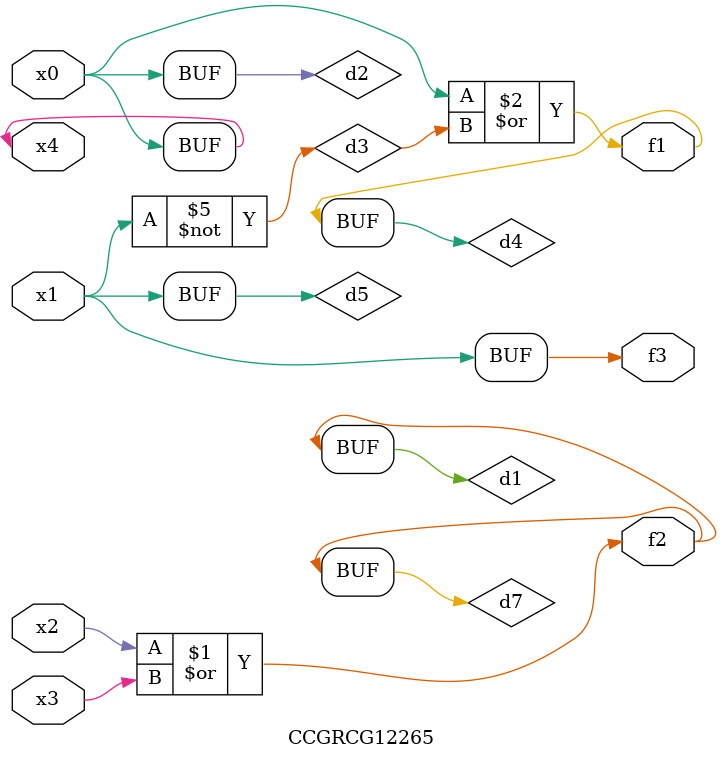
<source format=v>
module CCGRCG12265(
	input x0, x1, x2, x3, x4,
	output f1, f2, f3
);

	wire d1, d2, d3, d4, d5, d6, d7;

	or (d1, x2, x3);
	buf (d2, x0, x4);
	not (d3, x1);
	or (d4, d2, d3);
	not (d5, d3);
	nand (d6, d1, d3);
	or (d7, d1);
	assign f1 = d4;
	assign f2 = d7;
	assign f3 = d5;
endmodule

</source>
